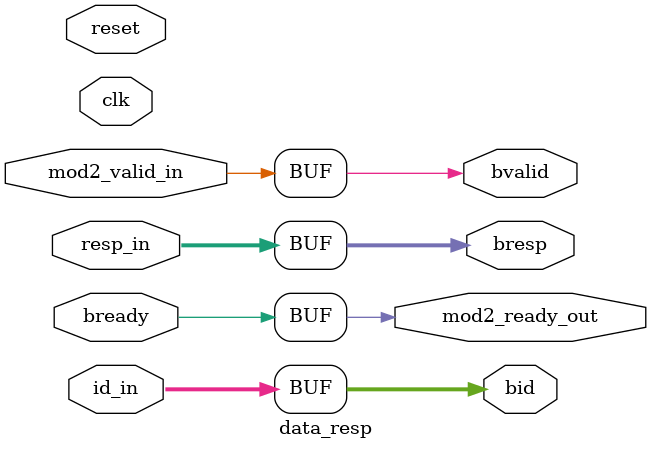
<source format=v>


`timescale 1ns / 1ps

module data_resp
    (
      clk,
      reset,
      bid,
      bresp,
      bvalid,
      bready,
      id_in,
      resp_in,
      mod2_valid_in,
      mod2_ready_out

    );

//---------------------------------------------------------------------------------------------------------------------
// Global constant headers
//---------------------------------------------------------------------------------------------------------------------
    //`include "../sim/param.v"
    parameter ADD_ID_WIDTH = 4;
    parameter ADD_WIDTH = 32;
    parameter BURST_LEN = 8;
    parameter BURST_SIZE = 3;
    parameter DATA_WIDTH = 1024;
    parameter BURST_TYPE = 2;
    parameter MAX_BYTE_SIZE = 128;
    parameter MAX_BIT_SIZE = 1024;
//---------------------------------------------------------------------------------------------------------------------
// parameter definitions
//---------------------------------------------------------------------------------------------------------------------


//---------------------------------------------------------------------------------------------------------------------
// localparam definitions
//---------------------------------------------------------------------------------------------------------------------


//---------------------------------------------------------------------------------------------------------------------
// I/O signals
//---------------------------------------------------------------------------------------------------------------------
    input clk;
    input reset;

    output [ADD_ID_WIDTH-1:0]bid;
    input[ADD_ID_WIDTH-1:0]id_in;

    output [1:0] bresp;
    input [1:0] resp_in;

    output bvalid;
    input mod2_valid_in;

    input bready;
    output mod2_ready_out;



//---------------------------------------------------------------------------------------------------------------------
// Internal wires and registers
//---------------------------------------------------------------------------------------------------------------------


//---------------------------------------------------------------------------------------------------------------------
// Implementation
//---------------------------------------------------------------------------------------------------------------------

assign bid = id_in;
assign bresp = resp_in;
assign bvalid = mod2_valid_in;
assign mod2_ready_out=bready;






endmodule
</source>
